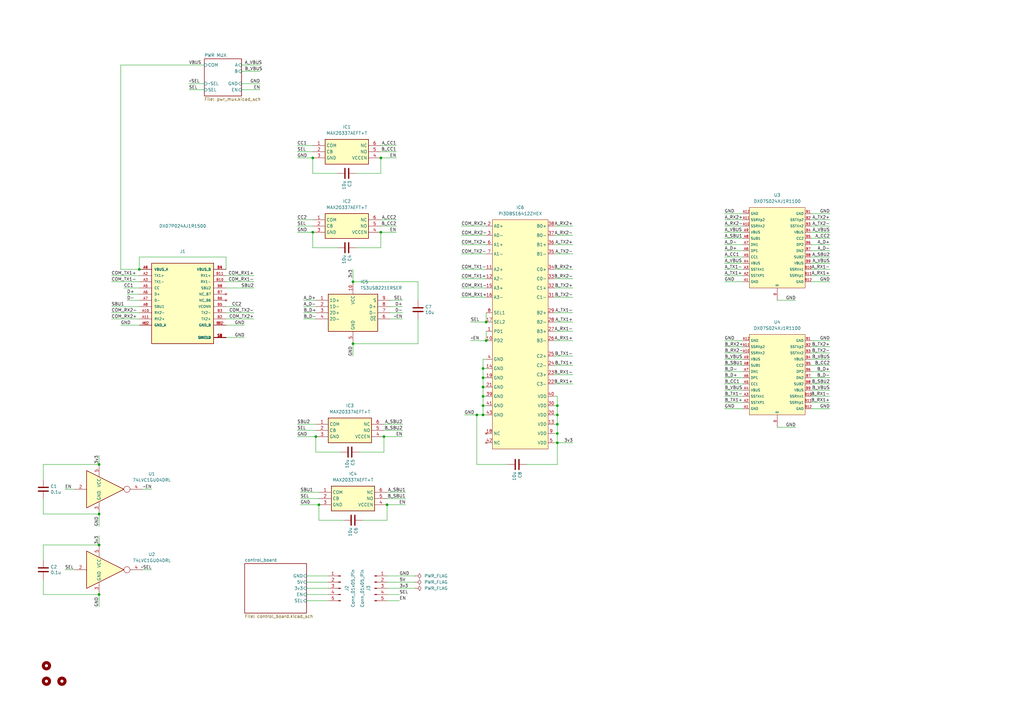
<source format=kicad_sch>
(kicad_sch (version 20231120) (generator "eeschema") (generator_version "8.0")
  (paper "A3")
  (lib_symbols
    (symbol "74xGxx:74LVC1GU04DRL"
      (property "Reference" "U" (at -5.08 10.16 0))
      (property "Value" "74LVC1GU04DRL" (at 17.78 10.16 0))
      (symbol "74LVC1GU04DRL_0_1"
        (rectangle (start -5.08 7.62) (end -5.08 -7.62) (stroke (width 0.254)) (fill (type background)))
        (polyline (pts (xy -5.08 -7.62) (xy 10.16 0) (xy -5.08 7.62)) (stroke (width 0.254)) (fill (type background)))
        (circle (center 11.43 0) (radius 1.27))
      )
      (symbol "74LVC1GU04DRL_1_1"
        (pin no_connect line (at 10.16 0 180) (length 5.08) hide (name "NC") (number "1"))
        (pin input line (at -10.16 0 0) (length 5.08) (name "~") (number "2"))
        (pin power_in line (at 0 -10.16 90) (length 5.08) (name "GND") (number "3"))
        (pin output line (at 17.78 0 180) (length 5.08) (name "~") (number "4"))
        (pin power_in line (at 0 10.16 270) (length 5.08) (name "VCC") (number "5"))
      )
    )
    (symbol "Connector:Conn_01x05_Pin" (pin_names (offset 1.016) hide)
      (property "Reference" "J" (at 0 7.62 0))
      (property "Value" "Conn_01x05_Pin" (at 0 -7.62 0))
      (symbol "Conn_01x05_Pin_1_1"
        (polyline (pts (xy 1.27 -5.08) (xy 0.8636 -5.08)) (stroke (width 0.1524)))
        (polyline (pts (xy 1.27 -2.54) (xy 0.8636 -2.54)) (stroke (width 0.1524)))
        (polyline (pts (xy 1.27 0) (xy 0.8636 0)) (stroke (width 0.1524)))
        (polyline (pts (xy 1.27 2.54) (xy 0.8636 2.54)) (stroke (width 0.1524)))
        (polyline (pts (xy 1.27 5.08) (xy 0.8636 5.08)) (stroke (width 0.1524)))
        (rectangle (start 0.8636 -4.953) (end 0 -5.207) (stroke (width 0.1524)) (fill (type outline)))
        (rectangle (start 0.8636 -2.413) (end 0 -2.667) (stroke (width 0.1524)) (fill (type outline)))
        (rectangle (start 0.8636 0.127) (end 0 -0.127) (stroke (width 0.1524)) (fill (type outline)))
        (rectangle (start 0.8636 2.667) (end 0 2.413) (stroke (width 0.1524)) (fill (type outline)))
        (rectangle (start 0.8636 5.207) (end 0 4.953) (stroke (width 0.1524)) (fill (type outline)))
        (pin passive line (at 5.08 5.08 180) (length 3.81) (name "Pin_1") (number "1"))
        (pin passive line (at 5.08 2.54 180) (length 3.81) (name "Pin_2") (number "2"))
        (pin passive line (at 5.08 0 180) (length 3.81) (name "Pin_3") (number "3"))
        (pin passive line (at 5.08 -2.54 180) (length 3.81) (name "Pin_4") (number "4"))
        (pin passive line (at 5.08 -5.08 180) (length 3.81) (name "Pin_5") (number "5"))
      )
    )
    (symbol "DX07P024AJ1R1500:DX07P024AJ1R1500" (pin_names (offset 1.016))
      (property "Reference" "J" (at -12.7 16.002 0))
      (property "Value" "DX07P024AJ1R1500" (at -12.7 -18.542 0))
      (symbol "DX07P024AJ1R1500_0_0"
        (rectangle (start -12.7 -17.78) (end 12.7 15.24) (stroke (width 0.254)) (fill (type background)))
        (pin power_in line (at -17.78 -10.16 0) (length 5.08) (name "GND_A") (number "A1"))
        (pin bidirectional line (at -17.78 -5.08 0) (length 5.08) (name "RX2-") (number "A10"))
        (pin bidirectional line (at -17.78 -7.62 0) (length 5.08) (name "RX2+") (number "A11"))
        (pin power_in line (at -17.78 -10.16 0) (length 5.08) (name "GND_A") (number "A12"))
        (pin bidirectional line (at -17.78 10.16 0) (length 5.08) (name "TX1+") (number "A2"))
        (pin bidirectional line (at -17.78 7.62 0) (length 5.08) (name "TX1-") (number "A3"))
        (pin power_in line (at -17.78 12.7 0) (length 5.08) (name "VBUS_A") (number "A4"))
        (pin bidirectional line (at -17.78 5.08 0) (length 5.08) (name "CC") (number "A5"))
        (pin bidirectional line (at -17.78 2.54 0) (length 5.08) (name "D+") (number "A6"))
        (pin bidirectional line (at -17.78 0 0) (length 5.08) (name "D-") (number "A7"))
        (pin bidirectional line (at -17.78 -2.54 0) (length 5.08) (name "SBU1") (number "A8"))
        (pin power_in line (at -17.78 12.7 0) (length 5.08) (name "VBUS_A") (number "A9"))
        (pin power_in line (at 17.78 -10.16 180) (length 5.08) (name "GND_B") (number "B1"))
        (pin bidirectional line (at 17.78 7.62 180) (length 5.08) (name "RX1-") (number "B10"))
        (pin bidirectional line (at 17.78 10.16 180) (length 5.08) (name "RX1+") (number "B11"))
        (pin power_in line (at 17.78 -10.16 180) (length 5.08) (name "GND_B") (number "B12"))
        (pin bidirectional line (at 17.78 -7.62 180) (length 5.08) (name "TX2+") (number "B2"))
        (pin bidirectional line (at 17.78 -5.08 180) (length 5.08) (name "TX2-") (number "B3"))
        (pin power_in line (at 17.78 12.7 180) (length 5.08) (name "VBUS_B") (number "B4"))
        (pin bidirectional line (at 17.78 -2.54 180) (length 5.08) (name "VCONN") (number "B5"))
        (pin no_connect line (at 17.78 0 180) (length 5.08) (name "NC_B6") (number "B6"))
        (pin no_connect line (at 17.78 2.54 180) (length 5.08) (name "NC_B7") (number "B7"))
        (pin bidirectional line (at 17.78 5.08 180) (length 5.08) (name "SBU2") (number "B8"))
        (pin power_in line (at 17.78 12.7 180) (length 5.08) (name "VBUS_B") (number "B9"))
        (pin passive line (at 17.78 -15.24 180) (length 5.08) (name "SHIELD") (number "S3"))
        (pin passive line (at 17.78 -15.24 180) (length 5.08) (name "SHIELD") (number "S4"))
        (pin passive line (at 17.78 -15.24 180) (length 5.08) (name "SHIELD") (number "S5"))
        (pin passive line (at 17.78 -15.24 180) (length 5.08) (name "SHIELD") (number "S6"))
      )
      (symbol "DX07P024AJ1R1500_1_0"
        (pin passive line (at 17.78 -15.24 180) (length 5.08) (name "SHIELD") (number "S1"))
        (pin passive line (at 17.78 -15.24 180) (length 5.08) (name "SHIELD") (number "S2"))
      )
    )
    (symbol "DX07S024XJ1R1100:DX07S024XJ1R1100"
      (property "Reference" "U" (at 0 1.27 0))
      (property "Value" "DX07S024XJ1R1100" (at 0 -2.54 0))
      (symbol "DX07S024XJ1R1100_0_1"
        (rectangle (start -11.43 16.51) (end 11.43 -16.51) (fill (type background)))
        (pin unspecified line (at 0 -21.59 90) (length 5.08) (name "0") (number "0"))
        (pin unspecified line (at -13.97 -13.97 0) (length 2.54) (name "GND") (number "A1"))
        (pin unspecified line (at -13.97 8.89 0) (length 2.54) (name "SSRXn2") (number "A10"))
        (pin unspecified line (at -13.97 11.43 0) (length 2.54) (name "SSRXp2") (number "A11"))
        (pin unspecified line (at -13.97 13.97 0) (length 2.54) (name "GND") (number "A12"))
        (pin unspecified line (at -13.97 -11.43 0) (length 2.54) (name "SSTXP1") (number "A2"))
        (pin unspecified line (at -13.97 -8.89 0) (length 2.54) (name "SSTXn1") (number "A3"))
        (pin unspecified line (at -13.97 -6.35 0) (length 2.54) (name "VBUS") (number "A4"))
        (pin unspecified line (at -13.97 -3.81 0) (length 2.54) (name "CC1") (number "A5"))
        (pin unspecified line (at -13.97 -1.27 0) (length 2.54) (name "DP1") (number "A6"))
        (pin unspecified line (at -13.97 1.27 0) (length 2.54) (name "DN1") (number "A7"))
        (pin unspecified line (at -13.97 3.81 0) (length 2.54) (name "SUB1") (number "A8"))
        (pin unspecified line (at -13.97 6.35 0) (length 2.54) (name "VBUS") (number "A9"))
        (pin unspecified line (at 13.97 13.97 180) (length 2.54) (name "GND") (number "B1"))
        (pin unspecified line (at 13.97 -8.89 180) (length 2.54) (name "SSRXn1") (number "B10"))
        (pin unspecified line (at 13.97 -11.43 180) (length 2.54) (name "SSRXp1") (number "B11"))
        (pin unspecified line (at 13.97 -13.97 180) (length 2.54) (name "GND") (number "B12"))
        (pin unspecified line (at 13.97 11.43 180) (length 2.54) (name "SSTXp2") (number "B2"))
        (pin unspecified line (at 13.97 8.89 180) (length 2.54) (name "SSTXn2") (number "B3"))
        (pin unspecified line (at 13.97 6.35 180) (length 2.54) (name "VBUS") (number "B4"))
        (pin unspecified line (at 13.97 3.81 180) (length 2.54) (name "CC2") (number "B5"))
        (pin unspecified line (at 13.97 1.27 180) (length 2.54) (name "DP2") (number "B6"))
        (pin unspecified line (at 13.97 -1.27 180) (length 2.54) (name "DN2") (number "B7"))
        (pin unspecified line (at 13.97 -3.81 180) (length 2.54) (name "SUB2") (number "B8"))
        (pin unspecified line (at 13.97 -6.35 180) (length 2.54) (name "VBUS") (number "B9"))
      )
    )
    (symbol "Device:C" (pin_numbers hide) (pin_names (offset 0.254))
      (property "Reference" "C" (at 0.635 2.54 0))
      (property "Value" "C" (at 0.635 -2.54 0))
      (symbol "C_0_1"
        (polyline (pts (xy -2.032 -0.762) (xy 2.032 -0.762)) (stroke (width 0.508)))
        (polyline (pts (xy -2.032 0.762) (xy 2.032 0.762)) (stroke (width 0.508)))
      )
      (symbol "C_1_1"
        (pin passive line (at 0 3.81 270) (length 2.794) (name "~") (number "1"))
        (pin passive line (at 0 -3.81 90) (length 2.794) (name "~") (number "2"))
      )
    )
    (symbol "Mechanical:MountingHole" (pin_names (offset 1.016)) (exclude_from_sim yes) (in_bom no)
      (property "Reference" "H" (at 0 5.08 0))
      (property "Value" "MountingHole" (at 0 3.175 0))
      (symbol "MountingHole_0_1"
        (circle (center 0 0) (radius 1.27) (stroke (width 1.27)))
      )
    )
    (symbol "SamacSys_Parts:MAX20337AEFT+T"
      (property "Reference" "IC" (at 24.13 7.62 0))
      (property "Value" "MAX20337AEFT+T" (at 24.13 5.08 0))
      (symbol "MAX20337AEFT+T_1_1"
        (rectangle (start 5.08 2.54) (end 22.86 -7.62) (stroke (width 0.254)) (fill (type background)))
        (pin passive line (at 0 0 0) (length 5.08) (name "COM") (number "1"))
        (pin passive line (at 0 -2.54 0) (length 5.08) (name "CB") (number "2"))
        (pin passive line (at 0 -5.08 0) (length 5.08) (name "GND") (number "3"))
        (pin passive line (at 27.94 -5.08 180) (length 5.08) (name "VCCEN") (number "4"))
        (pin passive line (at 27.94 -2.54 180) (length 5.08) (name "NO") (number "5"))
        (pin passive line (at 27.94 0 180) (length 5.08) (name "NC") (number "6"))
      )
    )
    (symbol "SamacSys_Parts:TS3USB221ERSER"
      (property "Reference" "IC" (at 21.59 15.24 0))
      (property "Value" "TS3USB221ERSER" (at 21.59 12.7 0))
      (symbol "TS3USB221ERSER_1_1"
        (rectangle (start 5.08 10.16) (end 20.32 -10.16) (stroke (width 0.254)) (fill (type background)))
        (pin passive line (at 7.62 -15.24 90) (length 5.08) (name "1D+") (number "1"))
        (pin passive line (at 0 0 0) (length 5.08) (name "VCC") (number "10"))
        (pin passive line (at 10.16 -15.24 90) (length 5.08) (name "1D-") (number "2"))
        (pin passive line (at 12.7 -15.24 90) (length 5.08) (name "2D+") (number "3"))
        (pin passive line (at 15.24 -15.24 90) (length 5.08) (name "2D-") (number "4"))
        (pin passive line (at 25.4 0 180) (length 5.08) (name "GND") (number "5"))
        (pin passive line (at 15.24 15.24 270) (length 5.08) (name "~{OE}") (number "6"))
        (pin passive line (at 12.7 15.24 270) (length 5.08) (name "D-") (number "7"))
        (pin passive line (at 10.16 15.24 270) (length 5.08) (name "D+") (number "8"))
        (pin passive line (at 7.62 15.24 270) (length 5.08) (name "S") (number "9"))
      )
    )
    (symbol "lib:PI3DBS16412ZHEX"
      (property "Reference" "IC" (at 0 1.016 0))
      (property "Value" "PI3DBS16412ZHEX" (at 15.24 0 0))
      (symbol "PI3DBS16412ZHEX_1_0"
        (pin input line (at -13.97 -48.26 0) (length 2.54) (name "PD1") (number "1"))
        (pin input line (at -13.97 -52.07 0) (length 2.54) (name "PD2") (number "10"))
        (pin power_in line (at 13.97 -86.36 180) (length 2.54) (name "VDD") (number "13"))
        (pin power_in line (at -13.97 -63.5 0) (length 2.54) (name "GND") (number "14"))
        (pin output line (at -13.97 -30.48 0) (length 2.54) (name "A3+") (number "15"))
        (pin output line (at -13.97 -34.29 0) (length 2.54) (name "A3-") (number "16"))
        (pin input line (at -13.97 -44.45 0) (length 2.54) (name "SEL2") (number "17"))
        (pin no_connect line (at -13.97 -90.17 0) (length 2.54) (name "NC") (number "18"))
        (pin power_in line (at -13.97 -67.31 0) (length 2.54) (name "GND") (number "19"))
        (pin power_in line (at 13.97 -82.55 180) (length 2.54) (name "VDD") (number "20"))
        (pin power_in line (at -13.97 -71.12 0) (length 2.54) (name "GND") (number "21"))
        (pin input line (at 13.97 -69.85 180) (length 2.54) (name "C3-") (number "22"))
        (pin input line (at 13.97 -66.04 180) (length 2.54) (name "C3+") (number "23"))
        (pin input line (at 13.97 -62.23 180) (length 2.54) (name "C2-") (number "24"))
        (pin input line (at 13.97 -58.42 180) (length 2.54) (name "C2+") (number "25"))
        (pin input line (at 13.97 -52.07 180) (length 2.54) (name "B3-") (number "26"))
        (pin input line (at 13.97 -48.26 180) (length 2.54) (name "B3+") (number "27"))
        (pin input line (at 13.97 -44.45 180) (length 2.54) (name "B2-") (number "28"))
        (pin input line (at 13.97 -40.64 180) (length 2.54) (name "B2+") (number "29"))
        (pin power_in line (at 13.97 -78.74 180) (length 2.54) (name "VDD") (number "30"))
        (pin input line (at 13.97 -34.29 180) (length 2.54) (name "C1-") (number "31"))
        (pin input line (at 13.97 -30.48 180) (length 2.54) (name "C1+") (number "32"))
        (pin input line (at 13.97 -26.67 180) (length 2.54) (name "C0-") (number "33"))
        (pin input line (at 13.97 -22.86 180) (length 2.54) (name "C0+") (number "34"))
        (pin input line (at 13.97 -16.51 180) (length 2.54) (name "B1-") (number "35"))
        (pin input line (at 13.97 -12.7 180) (length 2.54) (name "B1+") (number "36"))
        (pin input line (at 13.97 -8.89 180) (length 2.54) (name "B0-") (number "37"))
        (pin input line (at 13.97 -5.08 180) (length 2.54) (name "B0+") (number "38"))
        (pin power_in line (at -13.97 -74.93 0) (length 2.54) (name "GND") (number "39"))
        (pin power_in line (at -13.97 -59.69 0) (length 2.54) (name "GND") (number "4"))
        (pin power_in line (at 13.97 -74.93 180) (length 2.54) (name "VDD") (number "40"))
        (pin power_in line (at -13.97 -78.74 0) (length 2.54) (name "GND") (number "41"))
        (pin no_connect line (at -13.97 -93.98 0) (length 2.54) (name "NC") (number "42"))
        (pin power_in line (at -13.97 -82.55 0) (length 2.54) (name "GND") (number "43"))
        (pin power_in line (at 13.97 -93.98 180) (length 2.54) (name "VDD") (number "5"))
        (pin input line (at -13.97 -40.64 0) (length 2.54) (name "SEL1") (number "8"))
        (pin power_in line (at 13.97 -90.17 180) (length 2.54) (name "VDD") (number "9"))
      )
      (symbol "PI3DBS16412ZHEX_1_1"
        (rectangle (start -11.43 -2.54) (end 11.43 -96.52) (fill (type background)))
        (pin output line (at -13.97 -22.86 0) (length 2.54) (name "A2+") (number "11"))
        (pin output line (at -13.97 -26.67 0) (length 2.54) (name "A2-") (number "12"))
        (pin output line (at -13.97 -5.08 0) (length 2.54) (name "A0+") (number "2"))
        (pin output line (at -13.97 -8.89 0) (length 2.54) (name "A0-") (number "3"))
        (pin output line (at -13.97 -12.7 0) (length 2.54) (name "A1+") (number "6"))
        (pin output line (at -13.97 -16.51 0) (length 2.54) (name "A1-") (number "7"))
      )
    )
    (symbol "power:PWR_FLAG" (power) (pin_numbers hide) (pin_names (offset 0) hide)
      (property "Value" "PWR_FLAG" (at 0 3.81 0))
      (symbol "PWR_FLAG_0_0"
        (pin power_out line (at 0 0 90) (length 0) (name "~") (number "1"))
      )
      (symbol "PWR_FLAG_0_1"
        (polyline (pts (xy 0 0) (xy 0 1.27) (xy -1.016 1.905) (xy 0 2.54) (xy 1.016 1.905) (xy 0 1.27)))
      )
    )
  )
  (junction (at 157.48 179.07))
  (junction (at 198.12 166.37))
  (junction (at 156.21 64.77))
  (junction (at 158.75 207.01))
  (junction (at 144.78 140.97))
  (junction (at 228.6 173.99))
  (junction (at 198.12 170.18))
  (junction (at 40.64 210.82))
  (junction (at 199.39 132.08))
  (junction (at 130.81 207.01))
  (junction (at 128.27 95.25))
  (junction (at 156.21 95.25))
  (junction (at 129.54 179.07))
  (junction (at 57.15 110.49))
  (junction (at 144.78 115.57))
  (junction (at 195.58 170.18))
  (junction (at 198.12 154.94))
  (junction (at 228.6 181.61))
  (junction (at 228.6 166.37))
  (junction (at 228.6 170.18))
  (junction (at 40.64 243.84))
  (junction (at 40.64 223.52))
  (junction (at 40.64 190.5))
  (junction (at 128.27 64.77))
  (junction (at 198.12 158.75))
  (junction (at 198.12 151.13))
  (junction (at 198.12 162.56))
  (junction (at 228.6 177.8))
  (junction (at 199.39 139.7))
  (wire (pts (xy 198.12 154.94) (xy 198.12 158.75)))
  (wire (pts (xy 227.33 146.05) (xy 234.95 146.05)))
  (wire (pts (xy 156.21 101.6) (xy 156.21 95.25)))
  (wire (pts (xy 297.18 142.24) (xy 304.8 142.24)))
  (wire (pts (xy 57.15 133.35) (xy 49.53 133.35)))
  (wire (pts (xy 340.36 152.4) (xy 332.74 152.4)))
  (wire (pts (xy 297.18 162.56) (xy 304.8 162.56)))
  (wire (pts (xy 340.36 100.33) (xy 332.74 100.33)))
  (wire (pts (xy 228.6 173.99) (xy 228.6 177.8)))
  (wire (pts (xy 130.81 207.01) (xy 123.19 207.01)))
  (wire (pts (xy 340.36 144.78) (xy 332.74 144.78)))
  (wire (pts (xy 26.67 233.68) (xy 30.48 233.68)))
  (wire (pts (xy 332.74 147.32) (xy 340.36 147.32)))
  (wire (pts (xy 340.36 115.57) (xy 332.74 115.57)))
  (wire (pts (xy 189.23 96.52) (xy 199.39 96.52)))
  (wire (pts (xy 17.78 243.84) (xy 17.78 237.49)))
  (wire (pts (xy 199.39 128.27) (xy 199.39 132.08)))
  (wire (pts (xy 171.45 115.57) (xy 144.78 115.57)))
  (wire (pts (xy 156.21 71.12) (xy 156.21 64.77)))
  (wire (pts (xy 124.46 123.19) (xy 129.54 123.19)))
  (wire (pts (xy 125.73 246.38) (xy 134.62 246.38)))
  (wire (pts (xy 198.12 158.75) (xy 199.39 158.75)))
  (wire (pts (xy 40.64 243.84) (xy 17.78 243.84)))
  (wire (pts (xy 340.36 102.87) (xy 332.74 102.87)))
  (wire (pts (xy 326.39 175.26) (xy 318.77 175.26)))
  (wire (pts (xy 297.18 87.63) (xy 304.8 87.63)))
  (wire (pts (xy 190.5 170.18) (xy 195.58 170.18)))
  (wire (pts (xy 228.6 166.37) (xy 228.6 170.18)))
  (wire (pts (xy 49.53 26.67) (xy 83.82 26.67)))
  (wire (pts (xy 45.72 125.73) (xy 57.15 125.73)))
  (wire (pts (xy 198.12 147.32) (xy 198.12 151.13)))
  (wire (pts (xy 198.12 166.37) (xy 199.39 166.37)))
  (wire (pts (xy 62.23 233.68) (xy 58.42 233.68)))
  (wire (pts (xy 340.36 154.94) (xy 332.74 154.94)))
  (wire (pts (xy 40.64 210.82) (xy 40.64 215.9)))
  (wire (pts (xy 297.18 152.4) (xy 304.8 152.4)))
  (wire (pts (xy 297.18 139.7) (xy 304.8 139.7)))
  (wire (pts (xy 40.64 210.82) (xy 17.78 210.82)))
  (wire (pts (xy 125.73 236.22) (xy 134.62 236.22)))
  (wire (pts (xy 162.56 92.71) (xy 156.21 92.71)))
  (wire (pts (xy 52.07 123.19) (xy 57.15 123.19)))
  (wire (pts (xy 234.95 110.49) (xy 227.33 110.49)))
  (wire (pts (xy 121.92 59.69) (xy 128.27 59.69)))
  (wire (pts (xy 195.58 170.18) (xy 195.58 190.5)))
  (wire (pts (xy 297.18 110.49) (xy 304.8 110.49)))
  (wire (pts (xy 125.73 238.76) (xy 134.62 238.76)))
  (wire (pts (xy 125.73 243.84) (xy 134.62 243.84)))
  (wire (pts (xy 228.6 170.18) (xy 228.6 173.99)))
  (wire (pts (xy 198.12 151.13) (xy 198.12 154.94)))
  (wire (pts (xy 45.72 113.03) (xy 57.15 113.03)))
  (wire (pts (xy 129.54 179.07) (xy 129.54 185.42)))
  (wire (pts (xy 52.07 120.65) (xy 57.15 120.65)))
  (wire (pts (xy 162.56 59.69) (xy 156.21 59.69)))
  (wire (pts (xy 129.54 179.07) (xy 121.92 179.07)))
  (wire (pts (xy 198.12 162.56) (xy 199.39 162.56)))
  (wire (pts (xy 49.53 26.67) (xy 49.53 110.49)))
  (wire (pts (xy 99.06 125.73) (xy 92.71 125.73)))
  (wire (pts (xy 121.92 173.99) (xy 129.54 173.99)))
  (wire (pts (xy 45.72 115.57) (xy 57.15 115.57)))
  (wire (pts (xy 128.27 64.77) (xy 121.92 64.77)))
  (wire (pts (xy 228.6 177.8) (xy 228.6 181.61)))
  (wire (pts (xy 340.36 113.03) (xy 332.74 113.03)))
  (wire (pts (xy 121.92 62.23) (xy 128.27 62.23)))
  (wire (pts (xy 234.95 135.89) (xy 227.33 135.89)))
  (wire (pts (xy 17.78 223.52) (xy 40.64 223.52)))
  (wire (pts (xy 58.42 200.66) (xy 62.23 200.66)))
  (wire (pts (xy 234.95 92.71) (xy 227.33 92.71)))
  (wire (pts (xy 146.05 101.6) (xy 156.21 101.6)))
  (wire (pts (xy 326.39 123.19) (xy 318.77 123.19)))
  (wire (pts (xy 195.58 170.18) (xy 198.12 170.18)))
  (wire (pts (xy 40.64 219.71) (xy 40.64 223.52)))
  (wire (pts (xy 163.83 246.38) (xy 158.75 246.38)))
  (wire (pts (xy 227.33 153.67) (xy 234.95 153.67)))
  (wire (pts (xy 162.56 90.17) (xy 156.21 90.17)))
  (wire (pts (xy 92.71 105.41) (xy 92.71 110.49)))
  (wire (pts (xy 123.19 201.93) (xy 130.81 201.93)))
  (wire (pts (xy 304.8 149.86) (xy 297.18 149.86)))
  (wire (pts (xy 189.23 121.92) (xy 199.39 121.92)))
  (wire (pts (xy 128.27 101.6) (xy 138.43 101.6)))
  (wire (pts (xy 340.36 90.17) (xy 332.74 90.17)))
  (wire (pts (xy 304.8 97.79) (xy 297.18 97.79)))
  (wire (pts (xy 57.15 130.81) (xy 45.72 130.81)))
  (wire (pts (xy 340.36 157.48) (xy 332.74 157.48)))
  (wire (pts (xy 228.6 166.37) (xy 227.33 166.37)))
  (wire (pts (xy 146.05 71.12) (xy 156.21 71.12)))
  (wire (pts (xy 57.15 128.27) (xy 45.72 128.27)))
  (wire (pts (xy 227.33 157.48) (xy 234.95 157.48)))
  (wire (pts (xy 340.36 139.7) (xy 332.74 139.7)))
  (wire (pts (xy 128.27 95.25) (xy 128.27 101.6)))
  (wire (pts (xy 297.18 165.1) (xy 304.8 165.1)))
  (wire (pts (xy 304.8 157.48) (xy 297.18 157.48)))
  (wire (pts (xy 189.23 110.49) (xy 199.39 110.49)))
  (wire (pts (xy 104.14 115.57) (xy 92.71 115.57)))
  (wire (pts (xy 57.15 105.41) (xy 57.15 110.49)))
  (wire (pts (xy 297.18 100.33) (xy 304.8 100.33)))
  (wire (pts (xy 92.71 118.11) (xy 104.14 118.11)))
  (wire (pts (xy 92.71 105.41) (xy 57.15 105.41)))
  (wire (pts (xy 99.06 36.83) (xy 106.68 36.83)))
  (wire (pts (xy 121.92 176.53) (xy 129.54 176.53)))
  (wire (pts (xy 228.6 173.99) (xy 227.33 173.99)))
  (wire (pts (xy 340.36 87.63) (xy 332.74 87.63)))
  (wire (pts (xy 130.81 213.36) (xy 140.97 213.36)))
  (wire (pts (xy 156.21 64.77) (xy 162.56 64.77)))
  (wire (pts (xy 40.64 186.69) (xy 40.64 190.5)))
  (wire (pts (xy 124.46 130.81) (xy 129.54 130.81)))
  (wire (pts (xy 234.95 100.33) (xy 227.33 100.33)))
  (wire (pts (xy 234.95 96.52) (xy 227.33 96.52)))
  (wire (pts (xy 199.39 135.89) (xy 199.39 139.7)))
  (wire (pts (xy 234.95 132.08) (xy 227.33 132.08)))
  (wire (pts (xy 297.18 102.87) (xy 304.8 102.87)))
  (wire (pts (xy 215.9 190.5) (xy 228.6 190.5)))
  (wire (pts (xy 195.58 190.5) (xy 208.28 190.5)))
  (wire (pts (xy 198.12 158.75) (xy 198.12 162.56)))
  (wire (pts (xy 234.95 114.3) (xy 227.33 114.3)))
  (wire (pts (xy 297.18 115.57) (xy 304.8 115.57)))
  (wire (pts (xy 128.27 71.12) (xy 138.43 71.12)))
  (wire (pts (xy 104.14 113.03) (xy 92.71 113.03)))
  (wire (pts (xy 92.71 138.43) (xy 100.33 138.43)))
  (wire (pts (xy 130.81 207.01) (xy 130.81 213.36)))
  (wire (pts (xy 340.36 92.71) (xy 332.74 92.71)))
  (wire (pts (xy 297.18 113.03) (xy 304.8 113.03)))
  (wire (pts (xy 166.37 201.93) (xy 158.75 201.93)))
  (wire (pts (xy 228.6 170.18) (xy 227.33 170.18)))
  (wire (pts (xy 199.39 139.7) (xy 193.04 139.7)))
  (wire (pts (xy 49.53 110.49) (xy 57.15 110.49)))
  (wire (pts (xy 121.92 90.17) (xy 128.27 90.17)))
  (wire (pts (xy 297.18 167.64) (xy 304.8 167.64)))
  (wire (pts (xy 128.27 64.77) (xy 128.27 71.12)))
  (wire (pts (xy 50.8 118.11) (xy 57.15 118.11)))
  (wire (pts (xy 198.12 151.13) (xy 199.39 151.13)))
  (wire (pts (xy 340.36 167.64) (xy 332.74 167.64)))
  (wire (pts (xy 189.23 104.14) (xy 199.39 104.14)))
  (wire (pts (xy 17.78 196.85) (xy 17.78 190.5)))
  (wire (pts (xy 198.12 170.18) (xy 199.39 170.18)))
  (wire (pts (xy 340.36 160.02) (xy 332.74 160.02)))
  (wire (pts (xy 124.46 125.73) (xy 129.54 125.73)))
  (wire (pts (xy 92.71 128.27) (xy 104.14 128.27)))
  (wire (pts (xy 148.59 213.36) (xy 158.75 213.36)))
  (wire (pts (xy 198.12 154.94) (xy 199.39 154.94)))
  (wire (pts (xy 160.02 130.81) (xy 165.1 130.81)))
  (wire (pts (xy 340.36 149.86) (xy 332.74 149.86)))
  (wire (pts (xy 156.21 95.25) (xy 162.56 95.25)))
  (wire (pts (xy 165.1 128.27) (xy 160.02 128.27)))
  (wire (pts (xy 297.18 95.25) (xy 304.8 95.25)))
  (wire (pts (xy 234.95 128.27) (xy 227.33 128.27)))
  (wire (pts (xy 92.71 133.35) (xy 100.33 133.35)))
  (wire (pts (xy 234.95 118.11) (xy 227.33 118.11)))
  (wire (pts (xy 17.78 210.82) (xy 17.78 204.47)))
  (wire (pts (xy 340.36 107.95) (xy 332.74 107.95)))
  (wire (pts (xy 77.47 36.83) (xy 83.82 36.83)))
  (wire (pts (xy 77.47 34.29) (xy 83.82 34.29)))
  (wire (pts (xy 17.78 229.87) (xy 17.78 223.52)))
  (wire (pts (xy 189.23 114.3) (xy 199.39 114.3)))
  (wire (pts (xy 158.75 236.22) (xy 170.18 236.22)))
  (wire (pts (xy 157.48 176.53) (xy 165.1 176.53)))
  (wire (pts (xy 158.75 241.3) (xy 170.18 241.3)))
  (wire (pts (xy 228.6 190.5) (xy 228.6 181.61)))
  (wire (pts (xy 144.78 146.05) (xy 144.78 140.97)))
  (wire (pts (xy 144.78 110.49) (xy 144.78 115.57)))
  (wire (pts (xy 193.04 132.08) (xy 199.39 132.08)))
  (wire (pts (xy 40.64 243.84) (xy 40.64 248.92)))
  (wire (pts (xy 171.45 123.19) (xy 171.45 115.57)))
  (wire (pts (xy 99.06 29.21) (xy 106.68 29.21)))
  (wire (pts (xy 340.36 105.41) (xy 332.74 105.41)))
  (wire (pts (xy 157.48 179.07) (xy 165.1 179.07)))
  (wire (pts (xy 227.33 181.61) (xy 228.6 181.61)))
  (wire (pts (xy 165.1 125.73) (xy 160.02 125.73)))
  (wire (pts (xy 157.48 173.99) (xy 165.1 173.99)))
  (wire (pts (xy 228.6 177.8) (xy 227.33 177.8)))
  (wire (pts (xy 297.18 154.94) (xy 304.8 154.94)))
  (wire (pts (xy 124.46 128.27) (xy 129.54 128.27)))
  (wire (pts (xy 340.36 110.49) (xy 332.74 110.49)))
  (wire (pts (xy 157.48 185.42) (xy 157.48 179.07)))
  (wire (pts (xy 17.78 190.5) (xy 40.64 190.5)))
  (wire (pts (xy 340.36 162.56) (xy 332.74 162.56)))
  (wire (pts (xy 163.83 243.84) (xy 158.75 243.84)))
  (wire (pts (xy 158.75 207.01) (xy 166.37 207.01)))
  (wire (pts (xy 189.23 118.11) (xy 199.39 118.11)))
  (wire (pts (xy 228.6 162.56) (xy 227.33 162.56)))
  (wire (pts (xy 160.02 123.19) (xy 165.1 123.19)))
  (wire (pts (xy 304.8 105.41) (xy 297.18 105.41)))
  (wire (pts (xy 125.73 241.3) (xy 134.62 241.3)))
  (wire (pts (xy 128.27 95.25) (xy 121.92 95.25)))
  (wire (pts (xy 171.45 140.97) (xy 171.45 130.81)))
  (wire (pts (xy 198.12 147.32) (xy 199.39 147.32)))
  (wire (pts (xy 228.6 181.61) (xy 234.95 181.61)))
  (wire (pts (xy 234.95 121.92) (xy 227.33 121.92)))
  (wire (pts (xy 297.18 107.95) (xy 304.8 107.95)))
  (wire (pts (xy 92.71 130.81) (xy 104.14 130.81)))
  (wire (pts (xy 297.18 144.78) (xy 304.8 144.78)))
  (wire (pts (xy 123.19 204.47) (xy 130.81 204.47)))
  (wire (pts (xy 99.06 26.67) (xy 106.68 26.67)))
  (wire (pts (xy 189.23 100.33) (xy 199.39 100.33)))
  (wire (pts (xy 147.32 185.42) (xy 157.48 185.42)))
  (wire (pts (xy 26.67 200.66) (xy 30.48 200.66)))
  (wire (pts (xy 297.18 90.17) (xy 304.8 90.17)))
  (wire (pts (xy 297.18 92.71) (xy 304.8 92.71)))
  (wire (pts (xy 198.12 162.56) (xy 198.12 166.37)))
  (wire (pts (xy 227.33 149.86) (xy 234.95 149.86)))
  (wire (pts (xy 158.75 238.76) (xy 170.18 238.76)))
  (wire (pts (xy 340.36 142.24) (xy 332.74 142.24)))
  (wire (pts (xy 162.56 62.23) (xy 156.21 62.23)))
  (wire (pts (xy 144.78 140.97) (xy 171.45 140.97)))
  (wire (pts (xy 158.75 213.36) (xy 158.75 207.01)))
  (wire (pts (xy 189.23 92.71) (xy 199.39 92.71)))
  (wire (pts (xy 332.74 95.25) (xy 340.36 95.25)))
  (wire (pts (xy 297.18 160.02) (xy 304.8 160.02)))
  (wire (pts (xy 129.54 185.42) (xy 139.7 185.42)))
  (wire (pts (xy 297.18 147.32) (xy 304.8 147.32)))
  (wire (pts (xy 234.95 104.14) (xy 227.33 104.14)))
  (wire (pts (xy 340.36 97.79) (xy 332.74 97.79)))
  (wire (pts (xy 340.36 165.1) (xy 332.74 165.1)))
  (wire (pts (xy 228.6 162.56) (xy 228.6 166.37)))
  (wire (pts (xy 234.95 139.7) (xy 227.33 139.7)))
  (wire (pts (xy 198.12 166.37) (xy 198.12 170.18)))
  (wire (pts (xy 99.06 34.29) (xy 106.68 34.29)))
  (wire (pts (xy 121.92 92.71) (xy 128.27 92.71)))
  (wire (pts (xy 166.37 204.47) (xy 158.75 204.47)))
  (label "COM_RX2-" (at 189.23 96.52 0))
  (label "B_RX1+" (at 340.36 165.1 180))
  (label "B_RX1-" (at 340.36 162.56 180))
  (label "B_TX2-" (at 340.36 144.78 180))
  (label "B_TX2+" (at 340.36 142.24 180))
  (label "GND" (at 121.92 179.07 0))
  (label "3v3" (at 40.64 219.71 270))
  (label "GND" (at 340.36 167.64 180))
  (label "GND" (at 163.83 236.22 0))
  (label "GND" (at 40.64 248.92 90))
  (label "CC1" (at 50.8 118.11 0))
  (label "GND" (at 297.18 115.57 0))
  (label "B_RX2-" (at 234.95 114.3 180))
  (label "VBUS" (at 77.47 26.67 0))
  (label "SBU2" (at 121.92 173.99 0))
  (label "SBU2" (at 104.14 118.11 180))
  (label "GND" (at 340.36 139.7 180))
  (label "B_SBU2" (at 165.1 176.53 180))
  (label "A_SBU1" (at 166.37 201.93 180))
  (label "GND" (at 121.92 64.77 0))
  (label "B_CC2" (at 340.36 149.86 180))
  (label "B_VBUS" (at 100.33 29.21 0))
  (label "B_D+" (at 340.36 152.4 180))
  (label "A_VBUS" (at 340.36 107.95 180))
  (label "B_RX1+" (at 234.95 157.48 180))
  (label "GND" (at 123.19 207.01 0))
  (label "B_SBU1" (at 166.37 204.47 180))
  (label "SEL" (at 121.92 62.23 0))
  (label "B_TX1+" (at 234.95 149.86 180))
  (label "B_VBUS" (at 340.36 160.02 180))
  (label "A_CC1" (at 297.18 105.41 0))
  (label "A_D-" (at 340.36 102.87 180))
  (label "A_CC2" (at 340.36 97.79 180))
  (label "GND" (at 297.18 139.7 0))
  (label "A_SBU2" (at 165.1 173.99 180))
  (label "COM_TX1-" (at 189.23 110.49 0))
  (label "SEL" (at 193.04 132.08 0))
  (label "GND" (at 340.36 87.63 180))
  (label "B_TX1-" (at 297.18 162.56 0))
  (label "~EN" (at 62.23 200.66 180))
  (label "A_RX1-" (at 234.95 135.89 180))
  (label "COM_TX2-" (at 104.14 128.27 180))
  (label "COM_RX2-" (at 45.72 128.27 0))
  (label "A_SBU2" (at 340.36 105.41 180))
  (label "GND" (at 100.33 133.35 180))
  (label "A_RX2-" (at 234.95 96.52 180))
  (label "B_VBUS" (at 297.18 160.02 0))
  (label "SEL" (at 121.92 92.71 0))
  (label "B_SBU1" (at 297.18 149.86 0))
  (label "~SEL" (at 77.47 34.29 0))
  (label "COM_RX2+" (at 45.72 130.81 0))
  (label "3v3" (at 163.83 241.3 0))
  (label "GND" (at 49.53 133.35 0))
  (label "CC2" (at 99.06 125.73 180))
  (label "A_D-" (at 297.18 100.33 0))
  (label "GND" (at 144.78 146.05 90))
  (label "SEL" (at 77.47 36.83 0))
  (label "EN" (at 165.1 179.07 180))
  (label "COM_RX1-" (at 189.23 118.11 0))
  (label "COM_TX1+" (at 189.23 114.3 0))
  (label "3v3" (at 144.78 110.49 270))
  (label "5V" (at 163.83 238.76 0))
  (label "COM_RX1+" (at 189.23 121.92 0))
  (label "GND" (at 100.33 138.43 180))
  (label "B_VBUS" (at 297.18 147.32 0))
  (label "B_SBU2" (at 340.36 157.48 180))
  (label "A_RX2+" (at 297.18 90.17 0))
  (label "A_VBUS" (at 297.18 107.95 0))
  (label "GND" (at 326.39 123.19 180))
  (label "~EN" (at 193.04 139.7 0))
  (label "COM_TX1+" (at 45.72 113.03 0))
  (label "COM_RX1+" (at 104.14 113.03 180))
  (label "A_TX1-" (at 297.18 110.49 0))
  (label "B_CC1" (at 297.18 157.48 0))
  (label "COM_TX2-" (at 189.23 104.14 0))
  (label "A_D+" (at 297.18 102.87 0))
  (label "A_RX2-" (at 297.18 92.71 0))
  (label "B_D+" (at 124.46 128.27 0))
  (label "B_CC2" (at 162.56 92.71 180))
  (label "B_D-" (at 124.46 130.81 0))
  (label "B_D-" (at 340.36 154.94 180))
  (label "A_CC2" (at 162.56 90.17 180))
  (label "D-" (at 165.1 128.27 180))
  (label "SEL" (at 26.67 233.68 0))
  (label "GND" (at 121.92 95.25 0))
  (label "B_RX1-" (at 234.95 153.67 180))
  (label "A_RX1+" (at 234.95 139.7 180))
  (label "GND" (at 340.36 115.57 180))
  (label "SEL" (at 163.83 243.84 0))
  (label "EN" (at 163.83 246.38 0))
  (label "B_TX1-" (at 234.95 146.05 180))
  (label "A_TX1-" (at 234.95 128.27 180))
  (label "B_TX2-" (at 234.95 121.92 180))
  (label "A_TX2+" (at 234.95 100.33 180))
  (label "COM_TX2+" (at 104.14 130.81 180))
  (label "A_TX2-" (at 340.36 92.71 180))
  (label "A_TX2-" (at 234.95 104.14 180))
  (label "B_TX2+" (at 234.95 118.11 180))
  (label "GND" (at 326.39 175.26 180))
  (label "B_RX2-" (at 297.18 144.78 0))
  (label "SBU1" (at 45.72 125.73 0))
  (label "GND" (at 40.64 215.9 90))
  (label "A_TX1+" (at 234.95 132.08 180))
  (label "EN" (at 166.37 207.01 180))
  (label "A_D+" (at 124.46 123.19 0))
  (label "~SEL" (at 62.23 233.68 180))
  (label "A_RX1-" (at 340.36 110.49 180))
  (label "B_D-" (at 297.18 152.4 0))
  (label "COM_TX2+" (at 189.23 100.33 0))
  (label "SEL" (at 165.1 123.19 180))
  (label "EN" (at 26.67 200.66 0))
  (label "A_CC1" (at 162.56 59.69 180))
  (label "B_RX2+" (at 234.95 110.49 180))
  (label "EN" (at 162.56 64.77 180))
  (label "SEL" (at 121.92 176.53 0))
  (label "EN" (at 106.68 36.83 180))
  (label "GND" (at 106.68 34.29 180))
  (label "A_D-" (at 124.46 125.73 0))
  (label "A_VBUS" (at 340.36 95.25 180))
  (label "CC1" (at 121.92 59.69 0))
  (label "B_TX1+" (at 297.18 165.1 0))
  (label "A_TX1+" (at 297.18 113.03 0))
  (label "D+" (at 165.1 125.73 180))
  (label "GND" (at 190.5 170.18 0))
  (label "B_RX2+" (at 297.18 142.24 0))
  (label "3v3" (at 234.95 181.61 180))
  (label "A_VBUS" (at 297.18 95.25 0))
  (label "A_RX2+" (at 234.95 92.71 180))
  (label "COM_RX1-" (at 104.14 115.57 180))
  (label "SBU1" (at 123.19 201.93 0))
  (label "B_CC1" (at 162.56 62.23 180))
  (label "3v3" (at 40.64 186.69 270))
  (label "B_D+" (at 297.18 154.94 0))
  (label "GND" (at 297.18 87.63 0))
  (label "A_VBUS" (at 100.33 26.67 0))
  (label "SEL" (at 123.19 204.47 0))
  (label "EN" (at 162.56 95.25 180))
  (label "B_VBUS" (at 340.36 147.32 180))
  (label "A_SBU1" (at 297.18 97.79 0))
  (label "COM_RX2+" (at 189.23 92.71 0))
  (label "GND" (at 297.18 167.64 0))
  (label "A_RX1+" (at 340.36 113.03 180))
  (label "D+" (at 52.07 120.65 0))
  (label "~EN" (at 165.1 130.81 180))
  (label "A_D+" (at 340.36 100.33 180))
  (label "A_TX2+" (at 340.36 90.17 180))
  (label "D-" (at 52.07 123.19 0))
  (label "COM_TX1-" (at 45.72 115.57 0))
  (label "CC2" (at 121.92 90.17 0))
  (symbol (lib_id "SamacSys_Parts:MAX20337AEFT+T") (at 128.27 90.17 0) (unit 1)
    (property "Reference" "IC2" (at 142.24 82.55 0))
    (property "Value" "MAX20337AEFT+T" (at 142.24 85.09 0))
    (property "Footprint" "SON50P125X175X60-6N" (effects (hide yes)))
    (property "Datasheet" "https://datasheets.maximintegrated.com/en/ds/MAX20336.pdf" (effects (hide yes)))
    (property "Description" "Ultra-Small, Low-RON, Beyond-the-Rails DPST/SPDT Analog Switches" (effects (hide yes)))
    (property "Height" "0.6" (effects (hide yes)))
    (property "Mouser Part Number" "700-MAX20337AEFT+T" (effects (hide yes)))
    (property "Mouser Price/Stock" "https://www.mouser.co.uk/ProductDetail/Maxim-Integrated/MAX20337AEFT%2bT?qs=GCAb4wyKXLILIj7byJoEJw%3D%3D" (effects (hide yes)))
    (property "Manufacturer_Name" "Analog Devices" (effects (hide yes)))
    (property "Manufacturer_Part_Number" "MAX20337AEFT+T" (effects (hide yes)))
  )
  (symbol (lib_id "74xGxx:74LVC1GU04DRL") (at 40.64 233.68 0) (unit 1)
    (property "Reference" "U2" (at 62.23 227.3614 0))
    (property "Value" "74LVC1GU04DRL" (at 62.23 229.9014 0))
    (property "Footprint" "Package_TO_SOT_SMD:SOT-553" (effects (hide yes)))
    (property "Datasheet" "http://www.ti.com/lit/ds/symlink/sn74lvc1gu04.pdf" (effects (hide yes)))
    (property "Description" "Single Inverter Gate, SOT-553" (effects (hide yes)))
  )
  (symbol (lib_id "Connector:Conn_01x05_Pin") (at 153.67 241.3 0) (unit 1)
    (property "Reference" "J3" (at 151.13 241.3 90))
    (property "Value" "Conn_01x05_Pin" (at 148.59 241.3 90))
    (property "Footprint" "Connector_PinHeader_2.54mm:PinHeader_1x05_P2.54mm_Vertical" (effects (hide yes)))
    (property "Description" "Generic connector, single row, 01x05, script generated" (effects (hide yes)))
  )
  (symbol (lib_id "SamacSys_Parts:MAX20337AEFT+T") (at 129.54 173.99 0) (unit 1)
    (property "Reference" "IC3" (at 143.51 166.37 0))
    (property "Value" "MAX20337AEFT+T" (at 143.51 168.91 0))
    (property "Footprint" "SON50P125X175X60-6N" (effects (hide yes)))
    (property "Datasheet" "https://datasheets.maximintegrated.com/en/ds/MAX20336.pdf" (effects (hide yes)))
    (property "Description" "Ultra-Small, Low-RON, Beyond-the-Rails DPST/SPDT Analog Switches" (effects (hide yes)))
    (property "Height" "0.6" (effects (hide yes)))
    (property "Mouser Part Number" "700-MAX20337AEFT+T" (effects (hide yes)))
    (property "Mouser Price/Stock" "https://www.mouser.co.uk/ProductDetail/Maxim-Integrated/MAX20337AEFT%2bT?qs=GCAb4wyKXLILIj7byJoEJw%3D%3D" (effects (hide yes)))
    (property "Manufacturer_Name" "Analog Devices" (effects (hide yes)))
    (property "Manufacturer_Part_Number" "MAX20337AEFT+T" (effects (hide yes)))
  )
  (symbol (lib_id "Mechanical:MountingHole") (at 25.4 279.4 0) (unit 1) (exclude_from_sim yes) (in_bom no)
    (property "Reference" "H3" (effects (hide yes)))
    (property "Value" "MountingHole" (effects (hide yes)))
    (property "Footprint" "MountingHole:MountingHole_3mm" (effects (hide yes)))
    (property "Description" "Mounting Hole without connection" (effects (hide yes)))
  )
  (symbol (lib_id "Device:C") (at 144.78 213.36 270) (unit 1)
    (property "Reference" "C6" (at 145.9484 216.281 0) (effects (justify left)))
    (property "Value" "10u" (at 143.637 216.281 0) (effects (justify left)))
    (property "Footprint" "Capacitor_SMD:C_0402_1005Metric" (effects (hide yes)))
    (property "Description" "Unpolarized capacitor" (effects (hide yes)))
    (property "LCSC" "C15525" (effects (hide yes)))
    (property "JLCPCB_CORRECTION" "0;0;0" (effects (hide yes)))
  )
  (symbol (lib_id "Connector:Conn_01x05_Pin") (at 139.7 241.3 0) (mirror y) (unit 1)
    (property "Reference" "J2" (at 142.24 241.3 90))
    (property "Value" "Conn_01x05_Pin" (at 144.78 241.3 90))
    (property "Footprint" "Connector_PinHeader_2.54mm:PinHeader_1x05_P2.54mm_Vertical" (effects (hide yes)))
    (property "Description" "Generic connector, single row, 01x05, script generated" (effects (hide yes)))
  )
  (symbol (lib_id "SamacSys_Parts:MAX20337AEFT+T") (at 128.27 59.69 0) (unit 1)
    (property "Reference" "IC1" (at 142.24 52.07 0))
    (property "Value" "MAX20337AEFT+T" (at 142.24 54.61 0))
    (property "Footprint" "SON50P125X175X60-6N" (effects (hide yes)))
    (property "Datasheet" "https://datasheets.maximintegrated.com/en/ds/MAX20336.pdf" (effects (hide yes)))
    (property "Description" "Ultra-Small, Low-RON, Beyond-the-Rails DPST/SPDT Analog Switches" (effects (hide yes)))
    (property "Height" "0.6" (effects (hide yes)))
    (property "Mouser Part Number" "700-MAX20337AEFT+T" (effects (hide yes)))
    (property "Mouser Price/Stock" "https://www.mouser.co.uk/ProductDetail/Maxim-Integrated/MAX20337AEFT%2bT?qs=GCAb4wyKXLILIj7byJoEJw%3D%3D" (effects (hide yes)))
    (property "Manufacturer_Name" "Analog Devices" (effects (hide yes)))
    (property "Manufacturer_Part_Number" "MAX20337AEFT+T" (effects (hide yes)))
  )
  (symbol (lib_id "power:PWR_FLAG") (at 170.18 241.3 270) (unit 1)
    (property "Reference" "#FLG03" (effects (hide yes)))
    (property "Value" "PWR_FLAG" (at 173.99 241.2999 90) (effects (justify left)))
    (property "Description" "Special symbol for telling ERC where power comes from" (effects (hide yes)))
  )
  (symbol (lib_id "Device:C") (at 17.78 233.68 0) (unit 1)
    (property "Reference" "C2" (at 20.701 232.5116 0) (effects (justify left)))
    (property "Value" "0.1u" (at 20.701 234.823 0) (effects (justify left)))
    (property "Footprint" "Capacitor_SMD:C_0402_1005Metric" (effects (hide yes)))
    (property "Description" "Unpolarized capacitor" (effects (hide yes)))
    (property "LCSC" "C15525" (effects (hide yes)))
    (property "JLCPCB_CORRECTION" "0;0;0" (effects (hide yes)))
  )
  (symbol (lib_id "74xGxx:74LVC1GU04DRL") (at 40.64 200.66 0) (unit 1)
    (property "Reference" "U1" (at 62.23 194.3414 0))
    (property "Value" "74LVC1GU04DRL" (at 62.23 196.8814 0))
    (property "Footprint" "Package_TO_SOT_SMD:SOT-553" (effects (hide yes)))
    (property "Datasheet" "http://www.ti.com/lit/ds/symlink/sn74lvc1gu04.pdf" (effects (hide yes)))
    (property "Description" "Single Inverter Gate, SOT-553" (effects (hide yes)))
  )
  (symbol (lib_id "DX07S024XJ1R1100:DX07S024XJ1R1100") (at 318.77 153.67 0) (unit 1)
    (property "Reference" "U4" (at 318.77 132.08 0))
    (property "Value" "DX07S024XJ1R1100" (at 318.77 134.62 0))
    (property "Footprint" "footprint:USB-C-TH_DX07S024XJ1R1100-1" (effects (hide yes)))
    (property "Datasheet" "https://img.jlc.com/pdf/applyPasteComponent/2022-03-09/90454A/16bf0ff3ebc24309bfdcd5b0ba9e4858/DX07S024XJ1R1100-JAE.pdf" (effects (hide yes)))
    (property "LCSC" "C134113" (effects (hide yes)))
  )
  (symbol (lib_id "Device:C") (at 171.45 127 0) (unit 1)
    (property "Reference" "C7" (at 174.371 125.8316 0) (effects (justify left)))
    (property "Value" "10u" (at 174.371 128.143 0) (effects (justify left)))
    (property "Footprint" "Capacitor_SMD:C_0402_1005Metric" (effects (hide yes)))
    (property "Description" "Unpolarized capacitor" (effects (hide yes)))
    (property "LCSC" "C15525" (effects (hide yes)))
    (property "JLCPCB_CORRECTION" "0;0;0" (effects (hide yes)))
  )
  (symbol (lib_id "DX07P024AJ1R1500:DX07P024AJ1R1500") (at 74.93 123.19 0) (unit 1)
    (property "Reference" "J1" (at 74.93 103.124 0))
    (property "Value" "DX07P024AJ1R1500" (at 74.93 92.71 0))
    (property "Footprint" "8.0_custom:JAE_DX07P024AJ1R1500" (effects (hide yes)))
    (property "MF" "JAE Electronics" (effects (hide yes)))
    (property "MAXIMUM_PACKAGE_HEIGHT" "3.2 mm" (effects (hide yes)))
    (property "Package" "None" (effects (hide yes)))
    (property "Price" "None" (effects (hide yes)))
    (property "Check_prices" "https://www.snapeda.com/parts/DX07P024AJ1R1500/JAE+Electronics/view-part/?ref=eda" (effects (hide yes)))
    (property "STANDARD" "Manufacturer Recommendation" (effects (hide yes)))
    (property "PARTREV" "January 2016" (effects (hide yes)))
    (property "SnapEDA_Link" "https://www.snapeda.com/parts/DX07P024AJ1R1500/JAE+Electronics/view-part/?ref=snap" (effects (hide yes)))
    (property "MP" "DX07P024AJ1R1500" (effects (hide yes)))
    (property "Purchase-URL" "https://www.snapeda.com/api/url_track_click_mouser/?unipart_id=501750&manufacturer=JAE Electronics&part_name=DX07P024AJ1R1500&search_term=None" (effects (hide yes)))
    (property "Description_1" "\nUSB type C plug | JAE Electronics Inc. DX07P024AJ1R1500\n" (effects (hide yes)))
    (property "Availability" "In Stock" (effects (hide yes)))
    (property "MANUFACTURER" "JAE Electronics" (effects (hide yes)))
  )
  (symbol (lib_id "Mechanical:MountingHole") (at 19.05 273.05 0) (unit 1) (exclude_from_sim yes) (in_bom no)
    (property "Reference" "H1" (effects (hide yes)))
    (property "Value" "MountingHole" (effects (hide yes)))
    (property "Footprint" "MountingHole:MountingHole_3mm" (effects (hide yes)))
    (property "Description" "Mounting Hole without connection" (effects (hide yes)))
  )
  (symbol (lib_id "SamacSys_Parts:TS3USB221ERSER") (at 144.78 115.57 270) (unit 1)
    (property "Reference" "IC5" (at 147.7965 115.57 90) (effects (justify left)))
    (property "Value" "TS3USB221ERSER" (at 147.7965 118.11 90) (effects (justify left)))
    (property "Footprint" "TS3USB221ERSER" (effects (hide yes)))
    (property "Datasheet" "http://www.ti.com/lit/gpn/ts3usb221e" (effects (hide yes)))
    (property "Description" "Texas Instruments TS3USB221ERSER, Analogue Switch Single:1 x 2 480MBps, 2.3  3.6 V, 10-Pin UQFN" (effects (hide yes)))
    (property "Height" "0" (effects (hide yes)))
    (property "Mouser Part Number" "595-TS3USB221ERSER" (effects (hide yes)))
    (property "Mouser Price/Stock" "https://www.mouser.co.uk/ProductDetail/Texas-Instruments/TS3USB221ERSER?qs=OaSNdy%2FNfzkaIRVJErYydw%3D%3D" (effects (hide yes)))
    (property "Manufacturer_Name" "Texas Instruments" (effects (hide yes)))
    (property "Manufacturer_Part_Number" "TS3USB221ERSER" (effects (hide yes)))
  )
  (symbol (lib_id "Device:C") (at 142.24 101.6 270) (unit 1)
    (property "Reference" "C4" (at 143.4084 104.521 0) (effects (justify left)))
    (property "Value" "10u" (at 141.097 104.521 0) (effects (justify left)))
    (property "Footprint" "Capacitor_SMD:C_0402_1005Metric" (effects (hide yes)))
    (property "Description" "Unpolarized capacitor" (effects (hide yes)))
    (property "LCSC" "C15525" (effects (hide yes)))
    (property "JLCPCB_CORRECTION" "0;0;0" (effects (hide yes)))
  )
  (symbol (lib_id "lib:PI3DBS16412ZHEX") (at 213.36 87.63 0) (unit 1)
    (property "Reference" "IC6" (at 213.36 85.09 0))
    (property "Value" "PI3DBS16412ZHEX" (at 213.36 87.63 0))
    (property "Footprint" "Package_DFN_QFN:WQFN-42-1EP_3.5x9mm_P0.5mm_EP2.05x7.55mm" (effects (hide yes)))
    (property "Datasheet" "https://www.mouser.com/datasheet/2/115/DiodesInc_3_8_2022_PI3DBS16412-2933134.pdf" (effects (hide yes)))
  )
  (symbol (lib_id "power:PWR_FLAG") (at 170.18 236.22 270) (unit 1)
    (property "Reference" "#FLG01" (effects (hide yes)))
    (property "Value" "PWR_FLAG" (at 173.99 236.2199 90) (effects (justify left)))
    (property "Description" "Special symbol for telling ERC where power comes from" (effects (hide yes)))
  )
  (symbol (lib_id "Device:C") (at 212.09 190.5 270) (unit 1)
    (property "Reference" "C8" (at 213.2584 193.421 0) (effects (justify left)))
    (property "Value" "10u" (at 210.947 193.421 0) (effects (justify left)))
    (property "Footprint" "Capacitor_SMD:C_0402_1005Metric" (effects (hide yes)))
    (property "Description" "Unpolarized capacitor" (effects (hide yes)))
    (property "LCSC" "C15525" (effects (hide yes)))
    (property "JLCPCB_CORRECTION" "0;0;0" (effects (hide yes)))
  )
  (symbol (lib_id "Device:C") (at 142.24 71.12 270) (unit 1)
    (property "Reference" "C3" (at 143.4084 74.041 0) (effects (justify left)))
    (property "Value" "10u" (at 141.097 74.041 0) (effects (justify left)))
    (property "Footprint" "Capacitor_SMD:C_0402_1005Metric" (effects (hide yes)))
    (property "Description" "Unpolarized capacitor" (effects (hide yes)))
    (property "LCSC" "C15525" (effects (hide yes)))
    (property "JLCPCB_CORRECTION" "0;0;0" (effects (hide yes)))
  )
  (symbol (lib_id "SamacSys_Parts:MAX20337AEFT+T") (at 130.81 201.93 0) (unit 1)
    (property "Reference" "IC4" (at 144.78 194.31 0))
    (property "Value" "MAX20337AEFT+T" (at 144.78 196.85 0))
    (property "Footprint" "SON50P125X175X60-6N" (effects (hide yes)))
    (property "Datasheet" "https://datasheets.maximintegrated.com/en/ds/MAX20336.pdf" (effects (hide yes)))
    (property "Description" "Ultra-Small, Low-RON, Beyond-the-Rails DPST/SPDT Analog Switches" (effects (hide yes)))
    (property "Height" "0.6" (effects (hide yes)))
    (property "Mouser Part Number" "700-MAX20337AEFT+T" (effects (hide yes)))
    (property "Mouser Price/Stock" "https://www.mouser.co.uk/ProductDetail/Maxim-Integrated/MAX20337AEFT%2bT?qs=GCAb4wyKXLILIj7byJoEJw%3D%3D" (effects (hide yes)))
    (property "Manufacturer_Name" "Analog Devices" (effects (hide yes)))
    (property "Manufacturer_Part_Number" "MAX20337AEFT+T" (effects (hide yes)))
  )
  (symbol (lib_id "DX07S024XJ1R1100:DX07S024XJ1R1100") (at 318.77 101.6 0) (unit 1)
    (property "Reference" "U3" (at 318.77 80.01 0))
    (property "Value" "DX07S024XJ1R1100" (at 318.77 82.55 0))
    (property "Footprint" "footprint:USB-C-TH_DX07S024XJ1R1100-1" (effects (hide yes)))
    (property "Datasheet" "https://img.jlc.com/pdf/applyPasteComponent/2022-03-09/90454A/16bf0ff3ebc24309bfdcd5b0ba9e4858/DX07S024XJ1R1100-JAE.pdf" (effects (hide yes)))
    (property "LCSC" "C134113" (effects (hide yes)))
  )
  (symbol (lib_id "Device:C") (at 17.78 200.66 0) (unit 1)
    (property "Reference" "C1" (at 20.701 199.4916 0) (effects (justify left)))
    (property "Value" "0.1u" (at 20.701 201.803 0) (effects (justify left)))
    (property "Footprint" "Capacitor_SMD:C_0402_1005Metric" (effects (hide yes)))
    (property "Description" "Unpolarized capacitor" (effects (hide yes)))
    (property "LCSC" "C15525" (effects (hide yes)))
    (property "JLCPCB_CORRECTION" "0;0;0" (effects (hide yes)))
  )
  (symbol (lib_id "power:PWR_FLAG") (at 170.18 238.76 270) (unit 1)
    (property "Reference" "#FLG02" (effects (hide yes)))
    (property "Value" "PWR_FLAG" (at 173.99 238.7599 90) (effects (justify left)))
    (property "Description" "Special symbol for telling ERC where power comes from" (effects (hide yes)))
  )
  (symbol (lib_id "Mechanical:MountingHole") (at 19.05 279.4 0) (unit 1) (exclude_from_sim yes) (in_bom no)
    (property "Reference" "H2" (effects (hide yes)))
    (property "Value" "MountingHole" (effects (hide yes)))
    (property "Footprint" "MountingHole:MountingHole_3mm" (effects (hide yes)))
    (property "Description" "Mounting Hole without connection" (effects (hide yes)))
  )
  (symbol (lib_id "Device:C") (at 143.51 185.42 270) (unit 1)
    (property "Reference" "C5" (at 144.6784 188.341 0) (effects (justify left)))
    (property "Value" "10u" (at 142.367 188.341 0) (effects (justify left)))
    (property "Footprint" "Capacitor_SMD:C_0402_1005Metric" (effects (hide yes)))
    (property "Description" "Unpolarized capacitor" (effects (hide yes)))
    (property "LCSC" "C15525" (effects (hide yes)))
    (property "JLCPCB_CORRECTION" "0;0;0" (effects (hide yes)))
  )
  (sheet (at 100.33 231.14) (size 25.4 20.32) (stroke (width 0.1524))
    (property "Sheetname" "control_board" (at 100.33 230.4284 0) (effects (justify left bottom)))
    (property "Sheetfile" "control_board.kicad_sch" (at 100.33 252.0446 0) (effects (justify left top)))
    (pin "GND" input (at 125.73 236.22 0))
    (pin "5V" input (at 125.73 238.76 0))
    (pin "3v3" input (at 125.73 241.3 0))
    (pin "EN" input (at 125.73 243.84 0))
    (pin "SEL" input (at 125.73 246.38 0))
  )
  (sheet (at 83.82 24.13) (size 15.24 15.24) (stroke (width 0.1524))
    (property "Sheetname" "PWR MUX" (at 83.82 23.4184 0) (effects (justify left bottom)))
    (property "Sheetfile" "pwr_mux.kicad_sch" (at 83.82 39.9546 0) (effects (justify left top)))
    (pin "GND" input (at 99.06 34.29 0))
    (pin "COM" input (at 83.82 26.67 180))
    (pin "B" input (at 99.06 29.21 0))
    (pin "SEL" input (at 83.82 36.83 180))
    (pin "EN" input (at 99.06 36.83 0))
    (pin "A" input (at 99.06 26.67 0))
    (pin "~SEL" input (at 83.82 34.29 180))
  )
)
</source>
